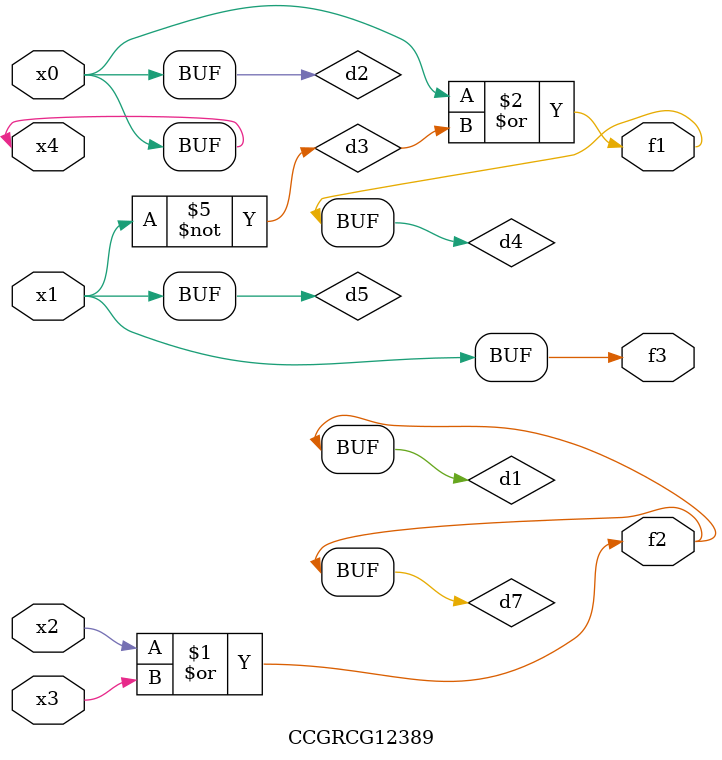
<source format=v>
module CCGRCG12389(
	input x0, x1, x2, x3, x4,
	output f1, f2, f3
);

	wire d1, d2, d3, d4, d5, d6, d7;

	or (d1, x2, x3);
	buf (d2, x0, x4);
	not (d3, x1);
	or (d4, d2, d3);
	not (d5, d3);
	nand (d6, d1, d3);
	or (d7, d1);
	assign f1 = d4;
	assign f2 = d7;
	assign f3 = d5;
endmodule

</source>
